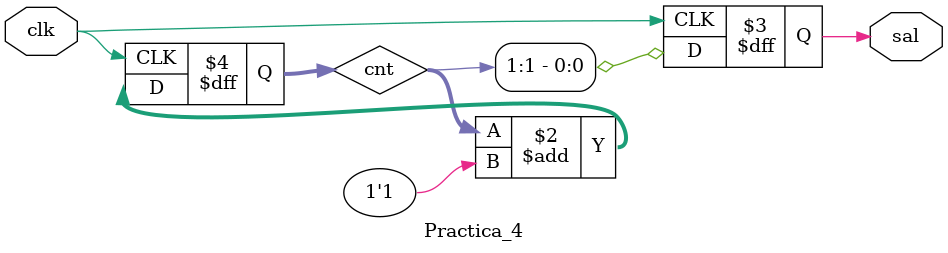
<source format=v>


module Practica_4 (clk,sal);

input clk;
output reg sal;

reg [20:0] cnt;


always @(posedge clk) begin
 cnt<=cnt+1'b1;
 sal<=cnt[1];
end 
endmodule

</source>
